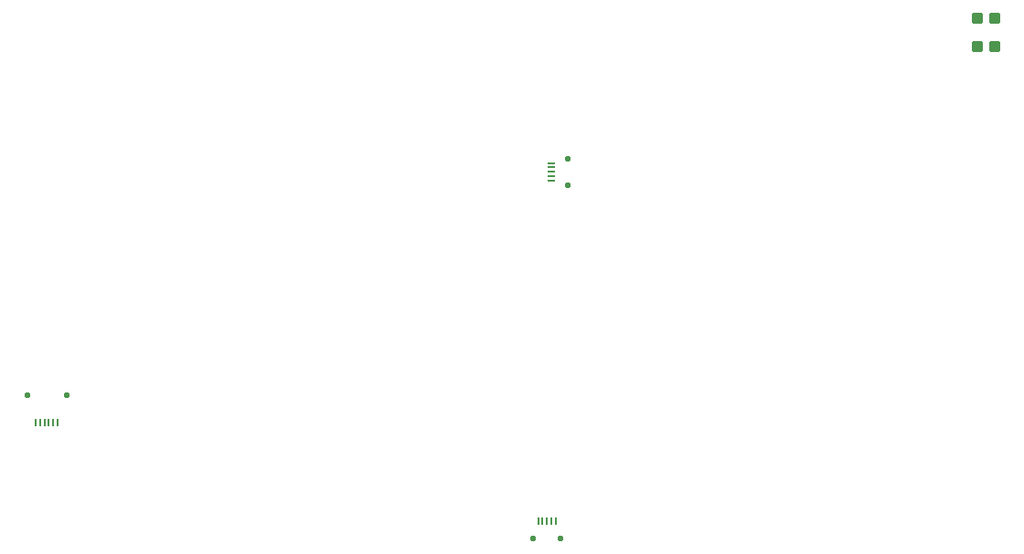
<source format=gbp>
%TF.GenerationSoftware,KiCad,Pcbnew,9.0.3*%
%TF.CreationDate,2025-08-12T18:22:07+03:00*%
%TF.ProjectId,Back,4261636b-2e6b-4696-9361-645f70636258,rev?*%
%TF.SameCoordinates,Original*%
%TF.FileFunction,Paste,Bot*%
%TF.FilePolarity,Positive*%
%FSLAX46Y46*%
G04 Gerber Fmt 4.6, Leading zero omitted, Abs format (unit mm)*
G04 Created by KiCad (PCBNEW 9.0.3) date 2025-08-12 18:22:07*
%MOMM*%
%LPD*%
G01*
G04 APERTURE LIST*
G04 Aperture macros list*
%AMRoundRect*
0 Rectangle with rounded corners*
0 $1 Rounding radius*
0 $2 $3 $4 $5 $6 $7 $8 $9 X,Y pos of 4 corners*
0 Add a 4 corners polygon primitive as box body*
4,1,4,$2,$3,$4,$5,$6,$7,$8,$9,$2,$3,0*
0 Add four circle primitives for the rounded corners*
1,1,$1+$1,$2,$3*
1,1,$1+$1,$4,$5*
1,1,$1+$1,$6,$7*
1,1,$1+$1,$8,$9*
0 Add four rect primitives between the rounded corners*
20,1,$1+$1,$2,$3,$4,$5,0*
20,1,$1+$1,$4,$5,$6,$7,0*
20,1,$1+$1,$6,$7,$8,$9,0*
20,1,$1+$1,$8,$9,$2,$3,0*%
G04 Aperture macros list end*
%ADD10RoundRect,0.125000X-0.125000X0.125000X-0.125000X-0.125000X0.125000X-0.125000X0.125000X0.125000X0*%
%ADD11R,0.240000X0.800000*%
%ADD12RoundRect,0.125000X0.125000X-0.125000X0.125000X0.125000X-0.125000X0.125000X-0.125000X-0.125000X0*%
%ADD13RoundRect,0.100000X0.400000X-0.400000X0.400000X0.400000X-0.400000X0.400000X-0.400000X-0.400000X0*%
%ADD14RoundRect,0.125000X0.125000X0.125000X-0.125000X0.125000X-0.125000X-0.125000X0.125000X-0.125000X0*%
%ADD15R,0.800000X0.240000*%
G04 APERTURE END LIST*
D10*
%TO.C,J5*%
X93170000Y-88860000D03*
X89530000Y-88870000D03*
D11*
X90350000Y-91360000D03*
X90750000Y-91360000D03*
X91150000Y-91360000D03*
X91550000Y-91360000D03*
X91950000Y-91360000D03*
X92350000Y-91360000D03*
%TD*%
D12*
%TO.C,J2*%
X136420000Y-102095000D03*
X138900000Y-102095000D03*
D11*
X138460000Y-100545000D03*
X138060000Y-100545000D03*
X137660000Y-100545000D03*
X137260000Y-100545000D03*
X136860000Y-100545000D03*
%TD*%
D13*
%TO.C,SW14*%
X177540000Y-56500000D03*
X179140000Y-56490000D03*
X179140000Y-53870000D03*
X177560000Y-53850000D03*
%TD*%
D14*
%TO.C,SW12*%
X139630000Y-69350000D03*
X139630000Y-66870000D03*
D15*
X138080000Y-67310000D03*
X138080000Y-67710000D03*
X138080000Y-68110000D03*
X138080000Y-68510000D03*
X138080000Y-68910000D03*
%TD*%
M02*

</source>
